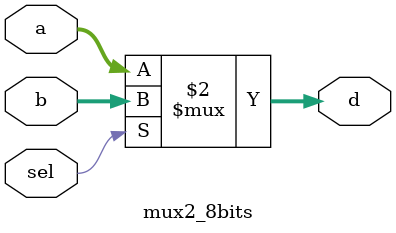
<source format=v>
module mux2_8bits(a,b,sel,d);//mux2-8bits
	input [7:0] a,b;//8-bits inputs
	input sel;//selection
	output [7:0] d;//8-bit output
	
	assign d = (sel==0)? a : b;//condition operator
	
	endmodule//endmodule
	
	
	
</source>
